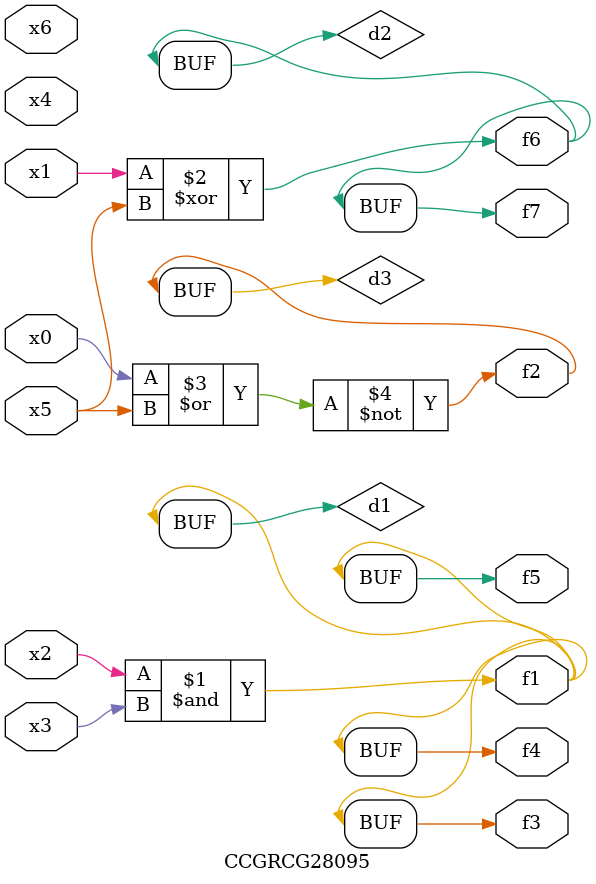
<source format=v>
module CCGRCG28095(
	input x0, x1, x2, x3, x4, x5, x6,
	output f1, f2, f3, f4, f5, f6, f7
);

	wire d1, d2, d3;

	and (d1, x2, x3);
	xor (d2, x1, x5);
	nor (d3, x0, x5);
	assign f1 = d1;
	assign f2 = d3;
	assign f3 = d1;
	assign f4 = d1;
	assign f5 = d1;
	assign f6 = d2;
	assign f7 = d2;
endmodule

</source>
